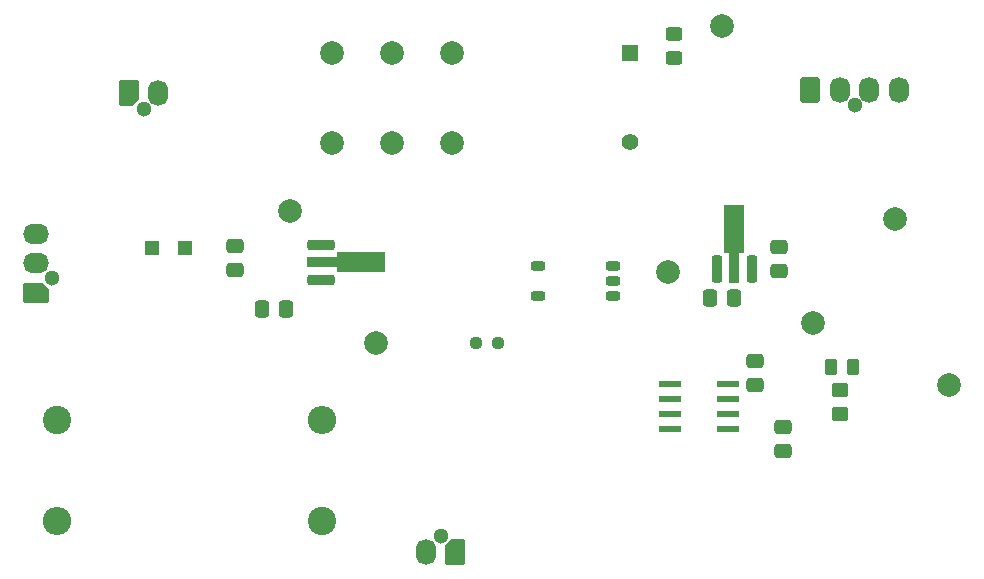
<source format=gbr>
%TF.GenerationSoftware,KiCad,Pcbnew,8.0.5*%
%TF.CreationDate,2025-05-02T16:49:58-07:00*%
%TF.ProjectId,Discharge,44697363-6861-4726-9765-2e6b69636164,rev?*%
%TF.SameCoordinates,Original*%
%TF.FileFunction,Soldermask,Top*%
%TF.FilePolarity,Negative*%
%FSLAX46Y46*%
G04 Gerber Fmt 4.6, Leading zero omitted, Abs format (unit mm)*
G04 Created by KiCad (PCBNEW 8.0.5) date 2025-05-02 16:49:58*
%MOMM*%
%LPD*%
G01*
G04 APERTURE LIST*
G04 Aperture macros list*
%AMRoundRect*
0 Rectangle with rounded corners*
0 $1 Rounding radius*
0 $2 $3 $4 $5 $6 $7 $8 $9 X,Y pos of 4 corners*
0 Add a 4 corners polygon primitive as box body*
4,1,4,$2,$3,$4,$5,$6,$7,$8,$9,$2,$3,0*
0 Add four circle primitives for the rounded corners*
1,1,$1+$1,$2,$3*
1,1,$1+$1,$4,$5*
1,1,$1+$1,$6,$7*
1,1,$1+$1,$8,$9*
0 Add four rect primitives between the rounded corners*
20,1,$1+$1,$2,$3,$4,$5,0*
20,1,$1+$1,$4,$5,$6,$7,0*
20,1,$1+$1,$6,$7,$8,$9,0*
20,1,$1+$1,$8,$9,$2,$3,0*%
%AMFreePoly0*
4,1,22,0.945671,0.830970,1.026777,0.776777,1.080970,0.695671,1.100000,0.600000,1.100000,-0.600000,1.080970,-0.695671,1.026777,-0.776777,0.945671,-0.830970,0.850000,-0.850000,-0.450000,-0.850000,-0.545671,-0.830970,-0.626777,-0.776777,-1.026777,-0.376777,-1.080970,-0.295671,-1.100000,-0.200000,-1.100000,0.600000,-1.080970,0.695671,-1.026777,0.776777,-0.945671,0.830970,-0.850000,0.850000,
0.850000,0.850000,0.945671,0.830970,0.945671,0.830970,$1*%
%AMFreePoly1*
4,1,9,5.362500,-0.866500,1.237500,-0.866500,1.237500,-0.450000,-1.237500,-0.450000,-1.237500,0.450000,1.237500,0.450000,1.237500,0.866500,5.362500,0.866500,5.362500,-0.866500,5.362500,-0.866500,$1*%
G04 Aperture macros list end*
%ADD10C,2.400000*%
%ADD11O,2.400000X2.400000*%
%ADD12C,2.000000*%
%ADD13C,1.300000*%
%ADD14RoundRect,0.250000X0.600000X-0.850000X0.600000X0.850000X-0.600000X0.850000X-0.600000X-0.850000X0*%
%ADD15O,1.700000X2.200000*%
%ADD16FreePoly0,90.000000*%
%ADD17R,1.981200X0.558800*%
%ADD18RoundRect,0.250000X0.475000X-0.337500X0.475000X0.337500X-0.475000X0.337500X-0.475000X-0.337500X0*%
%ADD19FreePoly0,180.000000*%
%ADD20O,2.200000X1.700000*%
%ADD21RoundRect,0.200000X-0.400000X-0.200000X0.400000X-0.200000X0.400000X0.200000X-0.400000X0.200000X0*%
%ADD22R,1.400000X1.400000*%
%ADD23C,1.400000*%
%ADD24RoundRect,0.250000X0.337500X0.475000X-0.337500X0.475000X-0.337500X-0.475000X0.337500X-0.475000X0*%
%ADD25R,1.200000X1.200000*%
%ADD26RoundRect,0.250000X-0.262500X-0.450000X0.262500X-0.450000X0.262500X0.450000X-0.262500X0.450000X0*%
%ADD27RoundRect,0.250000X0.450000X-0.350000X0.450000X0.350000X-0.450000X0.350000X-0.450000X-0.350000X0*%
%ADD28RoundRect,0.225000X0.225000X-0.925000X0.225000X0.925000X-0.225000X0.925000X-0.225000X-0.925000X0*%
%ADD29FreePoly1,90.000000*%
%ADD30FreePoly0,270.000000*%
%ADD31RoundRect,0.225000X-0.925000X-0.225000X0.925000X-0.225000X0.925000X0.225000X-0.925000X0.225000X0*%
%ADD32FreePoly1,0.000000*%
%ADD33RoundRect,0.237500X-0.250000X-0.237500X0.250000X-0.237500X0.250000X0.237500X-0.250000X0.237500X0*%
%ADD34RoundRect,0.250000X-0.475000X0.337500X-0.475000X-0.337500X0.475000X-0.337500X0.475000X0.337500X0*%
%ADD35RoundRect,0.250000X-0.450000X0.325000X-0.450000X-0.325000X0.450000X-0.325000X0.450000X0.325000X0*%
G04 APERTURE END LIST*
D10*
%TO.C,R2*%
X137170498Y-111187843D03*
D11*
X114770498Y-111187843D03*
%TD*%
D12*
%TO.C,TP1*%
X171043600Y-69291200D03*
%TD*%
D13*
%TO.C,J3*%
X182270400Y-76033800D03*
D14*
X178520400Y-74693800D03*
D15*
X181020400Y-74693800D03*
X183520400Y-74693800D03*
X186020400Y-74693800D03*
%TD*%
D13*
%TO.C,J4*%
X122072400Y-76313200D03*
D16*
X120822400Y-74973200D03*
D15*
X123322400Y-74973200D03*
%TD*%
D17*
%TO.C,U1*%
X166649400Y-99618800D03*
X166649400Y-100888800D03*
X166649400Y-102158800D03*
X166649400Y-103428800D03*
X171577000Y-103428800D03*
X171577000Y-102158800D03*
X171577000Y-100888800D03*
X171577000Y-99618800D03*
%TD*%
D10*
%TO.C,R4*%
X114770498Y-102687843D03*
D11*
X137170498Y-102687843D03*
%TD*%
D12*
%TO.C,TP2*%
X178739800Y-94437200D03*
%TD*%
D18*
%TO.C,C2*%
X173850498Y-99711343D03*
X173850498Y-97636343D03*
%TD*%
D13*
%TO.C,J1*%
X114337000Y-90658000D03*
D19*
X112997000Y-91908000D03*
D20*
X112997000Y-89408000D03*
X112997000Y-86908000D03*
%TD*%
D21*
%TO.C,U4*%
X155473000Y-89662000D03*
X155473000Y-92202000D03*
X161773000Y-92202000D03*
X161773000Y-90932000D03*
X161773000Y-89662000D03*
%TD*%
D22*
%TO.C,K1*%
X163240498Y-71567843D03*
D12*
X148220498Y-71567843D03*
X143140498Y-71567843D03*
X138060498Y-71567843D03*
X138060498Y-79187843D03*
X143140498Y-79187843D03*
X148220498Y-79187843D03*
D23*
X163240498Y-79167843D03*
%TD*%
D24*
%TO.C,C4*%
X134129600Y-93243400D03*
X132054600Y-93243400D03*
%TD*%
D25*
%TO.C,D1*%
X122809000Y-88087200D03*
X125609000Y-88087200D03*
%TD*%
D12*
%TO.C,TP6*%
X134470498Y-84937843D03*
%TD*%
D26*
%TO.C,R5*%
X180303998Y-98165843D03*
X182128998Y-98165843D03*
%TD*%
D24*
%TO.C,C5*%
X172093998Y-92323843D03*
X170018998Y-92323843D03*
%TD*%
D12*
%TO.C,TP3*%
X185720498Y-85687843D03*
%TD*%
D27*
%TO.C,R1*%
X181025800Y-102166300D03*
X181025800Y-100166300D03*
%TD*%
D18*
%TO.C,C6*%
X175882498Y-90059343D03*
X175882498Y-87984343D03*
%TD*%
%TO.C,C1*%
X176225200Y-105333800D03*
X176225200Y-103258800D03*
%TD*%
D12*
%TO.C,TP4*%
X166497000Y-90170000D03*
%TD*%
D28*
%TO.C,U2*%
X170597100Y-89881600D03*
D29*
X172097100Y-89794100D03*
D28*
X173597100Y-89881600D03*
%TD*%
D13*
%TO.C,J2*%
X147220498Y-112527843D03*
D30*
X148470498Y-113867843D03*
D15*
X145970498Y-113867843D03*
%TD*%
D31*
%TO.C,U3*%
X137072200Y-87831800D03*
D32*
X137159700Y-89331800D03*
D31*
X137072200Y-90831800D03*
%TD*%
D33*
%TO.C,R3*%
X150220498Y-96187843D03*
X152045498Y-96187843D03*
%TD*%
D12*
%TO.C,TP5*%
X190220498Y-99687843D03*
%TD*%
D34*
%TO.C,C3*%
X129794000Y-87938700D03*
X129794000Y-90013700D03*
%TD*%
D35*
%TO.C,D2*%
X166992498Y-69962843D03*
X166992498Y-72012843D03*
%TD*%
D12*
%TO.C,TP7*%
X141720498Y-96133843D03*
%TD*%
M02*

</source>
